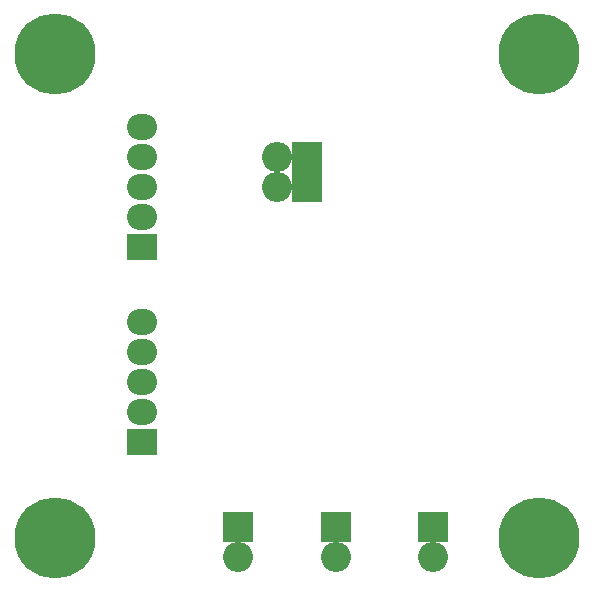
<source format=gbs>
G04 #@! TF.FileFunction,Soldermask,Bot*
%FSLAX46Y46*%
G04 Gerber Fmt 4.6, Leading zero omitted, Abs format (unit mm)*
G04 Created by KiCad (PCBNEW (after 2015-mar-04 BZR unknown)-product) date 10/16/2015 4:42:27 PM*
%MOMM*%
G01*
G04 APERTURE LIST*
%ADD10C,0.150000*%
%ADD11R,2.540000X2.540000*%
%ADD12O,2.540000X2.540000*%
%ADD13C,6.858000*%
%ADD14R,2.540000X2.235200*%
%ADD15O,2.540000X2.235200*%
G04 APERTURE END LIST*
D10*
D11*
X36068000Y-44069000D03*
D12*
X36068000Y-46609000D03*
D13*
X4000000Y-45000000D03*
X4000000Y-4000000D03*
X45000000Y-45000000D03*
X45000000Y-4000000D03*
D11*
X19558000Y-44069000D03*
D12*
X19558000Y-46609000D03*
D11*
X27813000Y-44069000D03*
D12*
X27813000Y-46609000D03*
D11*
X25400000Y-12700000D03*
D12*
X22860000Y-12700000D03*
D11*
X25400000Y-15240000D03*
D12*
X22860000Y-15240000D03*
D14*
X11430000Y-20320000D03*
D15*
X11430000Y-17780000D03*
X11430000Y-15240000D03*
X11430000Y-12700000D03*
X11430000Y-10160000D03*
D14*
X11430000Y-36830000D03*
D15*
X11430000Y-34290000D03*
X11430000Y-31750000D03*
X11430000Y-29210000D03*
X11430000Y-26670000D03*
M02*

</source>
